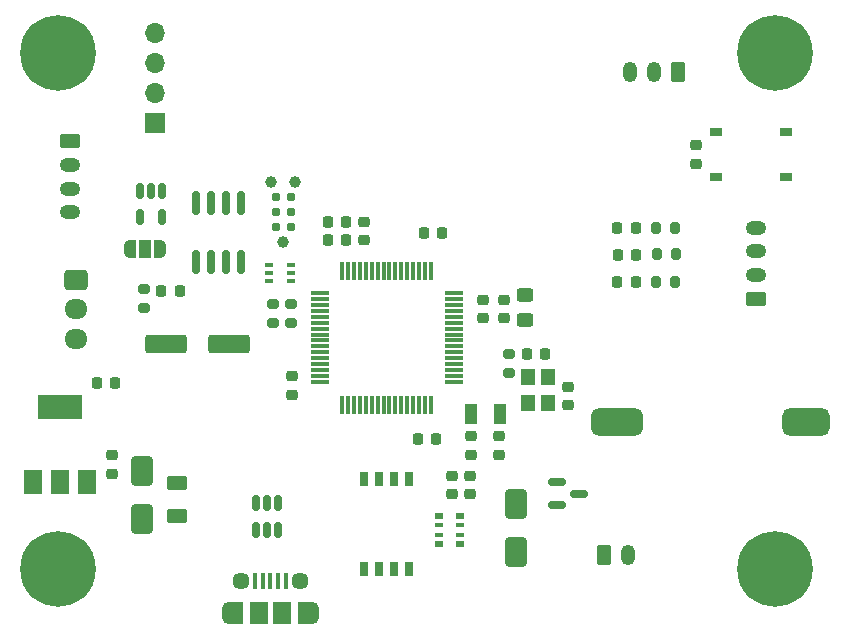
<source format=gbr>
%TF.GenerationSoftware,KiCad,Pcbnew,7.0.5-0*%
%TF.CreationDate,2023-06-05T20:29:51-04:00*%
%TF.ProjectId,7-segment-display-controller,372d7365-676d-4656-9e74-2d646973706c,B*%
%TF.SameCoordinates,Original*%
%TF.FileFunction,Soldermask,Top*%
%TF.FilePolarity,Negative*%
%FSLAX46Y46*%
G04 Gerber Fmt 4.6, Leading zero omitted, Abs format (unit mm)*
G04 Created by KiCad (PCBNEW 7.0.5-0) date 2023-06-05 20:29:51*
%MOMM*%
%LPD*%
G01*
G04 APERTURE LIST*
G04 Aperture macros list*
%AMRoundRect*
0 Rectangle with rounded corners*
0 $1 Rounding radius*
0 $2 $3 $4 $5 $6 $7 $8 $9 X,Y pos of 4 corners*
0 Add a 4 corners polygon primitive as box body*
4,1,4,$2,$3,$4,$5,$6,$7,$8,$9,$2,$3,0*
0 Add four circle primitives for the rounded corners*
1,1,$1+$1,$2,$3*
1,1,$1+$1,$4,$5*
1,1,$1+$1,$6,$7*
1,1,$1+$1,$8,$9*
0 Add four rect primitives between the rounded corners*
20,1,$1+$1,$2,$3,$4,$5,0*
20,1,$1+$1,$4,$5,$6,$7,0*
20,1,$1+$1,$6,$7,$8,$9,0*
20,1,$1+$1,$8,$9,$2,$3,0*%
%AMFreePoly0*
4,1,19,0.550000,-0.750000,0.000000,-0.750000,0.000000,-0.744911,-0.071157,-0.744911,-0.207708,-0.704816,-0.327430,-0.627875,-0.420627,-0.520320,-0.479746,-0.390866,-0.500000,-0.250000,-0.500000,0.250000,-0.479746,0.390866,-0.420627,0.520320,-0.327430,0.627875,-0.207708,0.704816,-0.071157,0.744911,0.000000,0.744911,0.000000,0.750000,0.550000,0.750000,0.550000,-0.750000,0.550000,-0.750000,
$1*%
%AMFreePoly1*
4,1,19,0.000000,0.744911,0.071157,0.744911,0.207708,0.704816,0.327430,0.627875,0.420627,0.520320,0.479746,0.390866,0.500000,0.250000,0.500000,-0.250000,0.479746,-0.390866,0.420627,-0.520320,0.327430,-0.627875,0.207708,-0.704816,0.071157,-0.744911,0.000000,-0.744911,0.000000,-0.750000,-0.550000,-0.750000,-0.550000,0.750000,0.000000,0.750000,0.000000,0.744911,0.000000,0.744911,
$1*%
G04 Aperture macros list end*
%ADD10RoundRect,0.150000X-0.587500X-0.150000X0.587500X-0.150000X0.587500X0.150000X-0.587500X0.150000X0*%
%ADD11RoundRect,0.200000X0.275000X-0.200000X0.275000X0.200000X-0.275000X0.200000X-0.275000X-0.200000X0*%
%ADD12RoundRect,0.200000X-0.200000X-0.275000X0.200000X-0.275000X0.200000X0.275000X-0.200000X0.275000X0*%
%ADD13R,1.700000X1.700000*%
%ADD14O,1.700000X1.700000*%
%ADD15RoundRect,0.225000X-0.250000X0.225000X-0.250000X-0.225000X0.250000X-0.225000X0.250000X0.225000X0*%
%ADD16R,1.500000X2.000000*%
%ADD17R,3.800000X2.000000*%
%ADD18R,1.000000X1.800000*%
%ADD19RoundRect,0.218750X0.218750X0.256250X-0.218750X0.256250X-0.218750X-0.256250X0.218750X-0.256250X0*%
%ADD20RoundRect,0.225000X-0.225000X-0.250000X0.225000X-0.250000X0.225000X0.250000X-0.225000X0.250000X0*%
%ADD21C,0.800000*%
%ADD22C,6.400000*%
%ADD23R,0.400000X1.350000*%
%ADD24O,1.200000X1.900000*%
%ADD25R,1.200000X1.900000*%
%ADD26C,1.450000*%
%ADD27R,1.500000X1.900000*%
%ADD28RoundRect,0.250000X0.350000X0.625000X-0.350000X0.625000X-0.350000X-0.625000X0.350000X-0.625000X0*%
%ADD29O,1.200000X1.750000*%
%ADD30RoundRect,0.225000X0.250000X-0.225000X0.250000X0.225000X-0.250000X0.225000X-0.250000X-0.225000X0*%
%ADD31FreePoly0,180.000000*%
%ADD32R,1.000000X1.500000*%
%ADD33FreePoly1,180.000000*%
%ADD34RoundRect,0.150000X0.150000X-0.512500X0.150000X0.512500X-0.150000X0.512500X-0.150000X-0.512500X0*%
%ADD35RoundRect,0.150000X-0.150000X0.512500X-0.150000X-0.512500X0.150000X-0.512500X0.150000X0.512500X0*%
%ADD36C,0.991000*%
%ADD37C,0.787000*%
%ADD38RoundRect,0.250000X0.650000X-1.000000X0.650000X1.000000X-0.650000X1.000000X-0.650000X-1.000000X0*%
%ADD39RoundRect,0.075000X0.700000X0.075000X-0.700000X0.075000X-0.700000X-0.075000X0.700000X-0.075000X0*%
%ADD40RoundRect,0.075000X0.075000X0.700000X-0.075000X0.700000X-0.075000X-0.700000X0.075000X-0.700000X0*%
%ADD41RoundRect,0.250000X-0.725000X0.600000X-0.725000X-0.600000X0.725000X-0.600000X0.725000X0.600000X0*%
%ADD42O,1.950000X1.700000*%
%ADD43R,1.000000X0.750000*%
%ADD44RoundRect,0.575000X-1.625000X-0.575000X1.625000X-0.575000X1.625000X0.575000X-1.625000X0.575000X0*%
%ADD45RoundRect,0.575000X-1.425000X-0.575000X1.425000X-0.575000X1.425000X0.575000X-1.425000X0.575000X0*%
%ADD46RoundRect,0.250000X-1.500000X-0.550000X1.500000X-0.550000X1.500000X0.550000X-1.500000X0.550000X0*%
%ADD47R,1.200000X1.400000*%
%ADD48RoundRect,0.150000X-0.150000X0.825000X-0.150000X-0.825000X0.150000X-0.825000X0.150000X0.825000X0*%
%ADD49RoundRect,0.250000X0.625000X-0.350000X0.625000X0.350000X-0.625000X0.350000X-0.625000X-0.350000X0*%
%ADD50O,1.750000X1.200000*%
%ADD51R,0.800000X0.500000*%
%ADD52R,0.800000X0.400000*%
%ADD53RoundRect,0.250000X-0.450000X0.325000X-0.450000X-0.325000X0.450000X-0.325000X0.450000X0.325000X0*%
%ADD54RoundRect,0.250000X-0.350000X-0.625000X0.350000X-0.625000X0.350000X0.625000X-0.350000X0.625000X0*%
%ADD55RoundRect,0.225000X0.225000X0.250000X-0.225000X0.250000X-0.225000X-0.250000X0.225000X-0.250000X0*%
%ADD56R,0.650000X0.400000*%
%ADD57R,0.760000X1.270000*%
%ADD58RoundRect,0.250000X0.625000X-0.375000X0.625000X0.375000X-0.625000X0.375000X-0.625000X-0.375000X0*%
%ADD59RoundRect,0.250000X-0.625000X0.350000X-0.625000X-0.350000X0.625000X-0.350000X0.625000X0.350000X0*%
G04 APERTURE END LIST*
D10*
%TO.C,Q101*%
X47449500Y-41468000D03*
X47449500Y-43368000D03*
X49324500Y-42418000D03*
%TD*%
D11*
%TO.C,R110*%
X24892000Y-28003000D03*
X24892000Y-26353000D03*
%TD*%
D12*
%TO.C,R102*%
X55819200Y-19920800D03*
X57469200Y-19920800D03*
%TD*%
D13*
%TO.C,OLED101*%
X13388000Y-11079000D03*
D14*
X13388000Y-8539000D03*
X13388000Y-5999000D03*
X13388000Y-3459000D03*
%TD*%
D15*
%TO.C,C107*%
X42926000Y-25996600D03*
X42926000Y-27546600D03*
%TD*%
D16*
%TO.C,U201*%
X3045700Y-41402400D03*
X5345700Y-41402400D03*
D17*
X5345700Y-35102400D03*
D16*
X7645700Y-41402400D03*
%TD*%
D12*
%TO.C,R101*%
X55880000Y-22156000D03*
X57530000Y-22156000D03*
%TD*%
D18*
%TO.C,Y103*%
X42652000Y-35687000D03*
X40152000Y-35687000D03*
%TD*%
D19*
%TO.C,D101*%
X54165100Y-22181400D03*
X52590100Y-22181400D03*
%TD*%
D20*
%TO.C,C109*%
X44894200Y-30632400D03*
X46444200Y-30632400D03*
%TD*%
D21*
%TO.C,H104*%
X2807000Y-48768000D03*
X3509944Y-47070944D03*
X3509944Y-50465056D03*
X5207000Y-46368000D03*
D22*
X5207000Y-48768000D03*
D21*
X5207000Y-51168000D03*
X6904056Y-47070944D03*
X6904056Y-50465056D03*
X7607000Y-48768000D03*
%TD*%
D15*
%TO.C,C116*%
X38557200Y-40931800D03*
X38557200Y-42481800D03*
%TD*%
D23*
%TO.C,J102*%
X21890200Y-49794700D03*
X22540200Y-49794700D03*
X23190200Y-49794700D03*
X23840200Y-49794700D03*
X24490200Y-49794700D03*
D24*
X19690200Y-52494700D03*
D25*
X20290200Y-52494700D03*
D26*
X20690200Y-49794700D03*
D27*
X22190200Y-52494700D03*
X24190200Y-52494700D03*
D26*
X25690200Y-49794700D03*
D25*
X26090200Y-52494700D03*
D24*
X26690200Y-52494700D03*
%TD*%
D28*
%TO.C,J106*%
X57658000Y-6731000D03*
D29*
X55658000Y-6731000D03*
X53658000Y-6731000D03*
%TD*%
D15*
%TO.C,C201*%
X9779000Y-39179200D03*
X9779000Y-40729200D03*
%TD*%
D30*
%TO.C,C104*%
X25019000Y-34049000D03*
X25019000Y-32499000D03*
%TD*%
D31*
%TO.C,SW107*%
X13873000Y-21717000D03*
D32*
X12573000Y-21717000D03*
D33*
X11273000Y-21717000D03*
%TD*%
D30*
%TO.C,C112*%
X40132000Y-39129000D03*
X40132000Y-37579000D03*
%TD*%
D15*
%TO.C,C106*%
X41198800Y-25996600D03*
X41198800Y-27546600D03*
%TD*%
D20*
%TO.C,C111*%
X36156600Y-20370800D03*
X37706600Y-20370800D03*
%TD*%
D34*
%TO.C,U102*%
X21935400Y-45485900D03*
X22885400Y-45485900D03*
X23835400Y-45485900D03*
X23835400Y-43210900D03*
X22885400Y-43210900D03*
X21935400Y-43210900D03*
%TD*%
D35*
%TO.C,U103*%
X14031000Y-16769500D03*
X13081000Y-16769500D03*
X12131000Y-16769500D03*
X12131000Y-19044500D03*
X14031000Y-19044500D03*
%TD*%
D36*
%TO.C,J101*%
X24257000Y-21082000D03*
X23242000Y-16002000D03*
X25272000Y-16002000D03*
D37*
X24892000Y-19812000D03*
X23622000Y-19812000D03*
X24892000Y-18542000D03*
X23622000Y-18542000D03*
X24892000Y-17272000D03*
X23622000Y-17272000D03*
%TD*%
D38*
%TO.C,D106*%
X43942000Y-47339000D03*
X43942000Y-43339000D03*
%TD*%
D39*
%TO.C,U101*%
X38695000Y-32960000D03*
X38695000Y-32460000D03*
X38695000Y-31960000D03*
X38695000Y-31460000D03*
X38695000Y-30960000D03*
X38695000Y-30460000D03*
X38695000Y-29960000D03*
X38695000Y-29460000D03*
X38695000Y-28960000D03*
X38695000Y-28460000D03*
X38695000Y-27960000D03*
X38695000Y-27460000D03*
X38695000Y-26960000D03*
X38695000Y-26460000D03*
X38695000Y-25960000D03*
X38695000Y-25460000D03*
D40*
X36770000Y-23535000D03*
X36270000Y-23535000D03*
X35770000Y-23535000D03*
X35270000Y-23535000D03*
X34770000Y-23535000D03*
X34270000Y-23535000D03*
X33770000Y-23535000D03*
X33270000Y-23535000D03*
X32770000Y-23535000D03*
X32270000Y-23535000D03*
X31770000Y-23535000D03*
X31270000Y-23535000D03*
X30770000Y-23535000D03*
X30270000Y-23535000D03*
X29770000Y-23535000D03*
X29270000Y-23535000D03*
D39*
X27345000Y-25460000D03*
X27345000Y-25960000D03*
X27345000Y-26460000D03*
X27345000Y-26960000D03*
X27345000Y-27460000D03*
X27345000Y-27960000D03*
X27345000Y-28460000D03*
X27345000Y-28960000D03*
X27345000Y-29460000D03*
X27345000Y-29960000D03*
X27345000Y-30460000D03*
X27345000Y-30960000D03*
X27345000Y-31460000D03*
X27345000Y-31960000D03*
X27345000Y-32460000D03*
X27345000Y-32960000D03*
D40*
X29270000Y-34885000D03*
X29770000Y-34885000D03*
X30270000Y-34885000D03*
X30770000Y-34885000D03*
X31270000Y-34885000D03*
X31770000Y-34885000D03*
X32270000Y-34885000D03*
X32770000Y-34885000D03*
X33270000Y-34885000D03*
X33770000Y-34885000D03*
X34270000Y-34885000D03*
X34770000Y-34885000D03*
X35270000Y-34885000D03*
X35770000Y-34885000D03*
X36270000Y-34885000D03*
X36770000Y-34885000D03*
%TD*%
D11*
%TO.C,R103*%
X43383200Y-32219400D03*
X43383200Y-30569400D03*
%TD*%
D41*
%TO.C,J104*%
X6731000Y-24297000D03*
D42*
X6731000Y-26797000D03*
X6731000Y-29297000D03*
%TD*%
D19*
%TO.C,D102*%
X54129700Y-19920800D03*
X52554700Y-19920800D03*
%TD*%
D43*
%TO.C,SW106*%
X60881000Y-11841000D03*
X66881000Y-11841000D03*
X60881000Y-15591000D03*
X66881000Y-15591000D03*
%TD*%
D44*
%TO.C,BT101*%
X52502800Y-36322000D03*
D45*
X68502800Y-36322000D03*
%TD*%
D46*
%TO.C,C115*%
X14318000Y-29718000D03*
X19718000Y-29718000D03*
%TD*%
D11*
%TO.C,R104*%
X12446000Y-26733000D03*
X12446000Y-25083000D03*
%TD*%
D21*
%TO.C,H103*%
X2807000Y-5080000D03*
X3509944Y-3382944D03*
X3509944Y-6777056D03*
X5207000Y-2680000D03*
D22*
X5207000Y-5080000D03*
D21*
X5207000Y-7480000D03*
X6904056Y-3382944D03*
X6904056Y-6777056D03*
X7607000Y-5080000D03*
%TD*%
D47*
%TO.C,Y101*%
X46671600Y-34755000D03*
X46671600Y-32555000D03*
X44971600Y-32555000D03*
X44971600Y-34755000D03*
%TD*%
D30*
%TO.C,C117*%
X31115000Y-20968000D03*
X31115000Y-19418000D03*
%TD*%
D48*
%TO.C,U104*%
X20701000Y-17845000D03*
X19431000Y-17845000D03*
X18161000Y-17845000D03*
X16891000Y-17845000D03*
X16891000Y-22795000D03*
X18161000Y-22795000D03*
X19431000Y-22795000D03*
X20701000Y-22795000D03*
%TD*%
D11*
%TO.C,R109*%
X23368000Y-28003000D03*
X23368000Y-26353000D03*
%TD*%
D49*
%TO.C,J103*%
X64262000Y-25908000D03*
D50*
X64262000Y-23908000D03*
X64262000Y-21908000D03*
X64262000Y-19908000D03*
%TD*%
D20*
%TO.C,C103*%
X28054000Y-20955000D03*
X29604000Y-20955000D03*
%TD*%
D12*
%TO.C,R105*%
X55829600Y-24467400D03*
X57479600Y-24467400D03*
%TD*%
D21*
%TO.C,H101*%
X63513000Y-5080000D03*
X64215944Y-3382944D03*
X64215944Y-6777056D03*
X65913000Y-2680000D03*
D22*
X65913000Y-5080000D03*
D21*
X65913000Y-7480000D03*
X67610056Y-3382944D03*
X67610056Y-6777056D03*
X68313000Y-5080000D03*
%TD*%
%TO.C,H102*%
X63513000Y-48768000D03*
X64215944Y-47070944D03*
X64215944Y-50465056D03*
X65913000Y-46368000D03*
D22*
X65913000Y-48768000D03*
D21*
X65913000Y-51168000D03*
X67610056Y-47070944D03*
X67610056Y-50465056D03*
X68313000Y-48768000D03*
%TD*%
D51*
%TO.C,RN101*%
X39254000Y-46716800D03*
D52*
X39254000Y-45916800D03*
X39254000Y-45116800D03*
D51*
X39254000Y-44316800D03*
X37454000Y-44316800D03*
D52*
X37454000Y-45116800D03*
X37454000Y-45916800D03*
D51*
X37454000Y-46716800D03*
%TD*%
D38*
%TO.C,D103*%
X12319000Y-44545000D03*
X12319000Y-40545000D03*
%TD*%
D53*
%TO.C,FB101*%
X44704000Y-25645000D03*
X44704000Y-27695000D03*
%TD*%
D54*
%TO.C,J107*%
X51455000Y-47608000D03*
D29*
X53455000Y-47608000D03*
%TD*%
D55*
%TO.C,C118*%
X15507000Y-25273000D03*
X13957000Y-25273000D03*
%TD*%
D56*
%TO.C,D104*%
X24953000Y-24399000D03*
X24953000Y-23749000D03*
X24953000Y-23099000D03*
X23053000Y-23099000D03*
X23053000Y-23749000D03*
X23053000Y-24399000D03*
%TD*%
D19*
%TO.C,D107*%
X54140100Y-24467400D03*
X52565100Y-24467400D03*
%TD*%
D55*
%TO.C,C105*%
X37249400Y-37795200D03*
X35699400Y-37795200D03*
%TD*%
D15*
%TO.C,C114*%
X59182000Y-12941000D03*
X59182000Y-14491000D03*
%TD*%
D57*
%TO.C,SW101*%
X31115000Y-48768000D03*
X32385000Y-48768000D03*
X33655000Y-48768000D03*
X34925000Y-48768000D03*
X34925000Y-41148000D03*
X33655000Y-41148000D03*
X32385000Y-41148000D03*
X31115000Y-41148000D03*
%TD*%
D55*
%TO.C,C202*%
X10046000Y-33020000D03*
X8496000Y-33020000D03*
%TD*%
D30*
%TO.C,C113*%
X42545000Y-39129000D03*
X42545000Y-37579000D03*
%TD*%
D15*
%TO.C,C101*%
X40081200Y-40931800D03*
X40081200Y-42481800D03*
%TD*%
D58*
%TO.C,F101*%
X15240000Y-44326000D03*
X15240000Y-41526000D03*
%TD*%
D59*
%TO.C,J105*%
X6207000Y-12605000D03*
D50*
X6207000Y-14605000D03*
X6207000Y-16605000D03*
X6207000Y-18605000D03*
%TD*%
D20*
%TO.C,C102*%
X28054000Y-19431000D03*
X29604000Y-19431000D03*
%TD*%
D30*
%TO.C,C108*%
X48425600Y-34963400D03*
X48425600Y-33413400D03*
%TD*%
M02*

</source>
